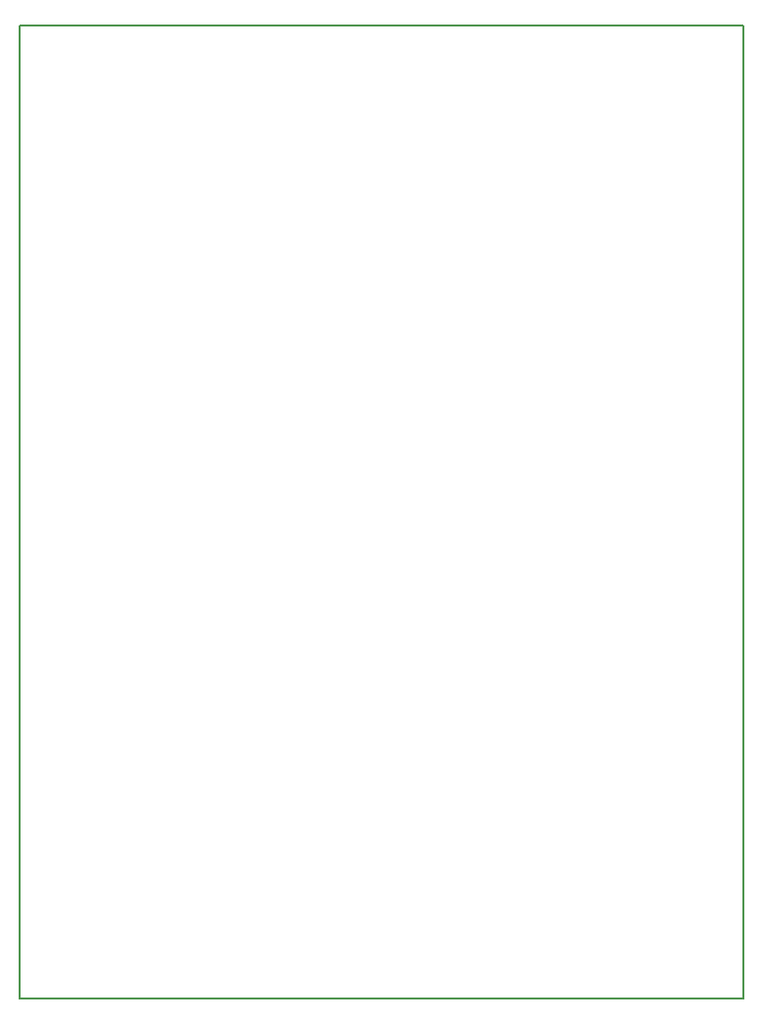
<source format=gbr>
G04 #@! TF.GenerationSoftware,KiCad,Pcbnew,(5.1.0)-1*
G04 #@! TF.CreationDate,2019-03-25T06:45:32-06:00*
G04 #@! TF.ProjectId,ParkingSystem,5061726b-696e-4675-9379-7374656d2e6b,v01*
G04 #@! TF.SameCoordinates,Original*
G04 #@! TF.FileFunction,Profile,NP*
%FSLAX46Y46*%
G04 Gerber Fmt 4.6, Leading zero omitted, Abs format (unit mm)*
G04 Created by KiCad (PCBNEW (5.1.0)-1) date 2019-03-25 06:45:32*
%MOMM*%
%LPD*%
G04 APERTURE LIST*
%ADD10C,0.200000*%
G04 APERTURE END LIST*
D10*
X124500000Y-99000000D02*
X62000000Y-99000000D01*
X124500000Y-15000000D02*
X124500000Y-99000000D01*
X62000000Y-15000000D02*
X124500000Y-15000000D01*
X62000000Y-99000000D02*
X62000000Y-15000000D01*
M02*

</source>
